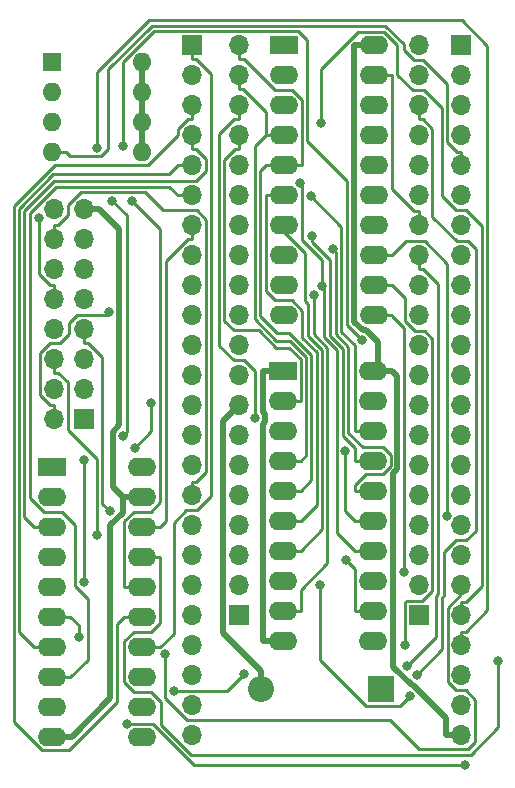
<source format=gbr>
%TF.GenerationSoftware,KiCad,Pcbnew,7.0.1*%
%TF.CreationDate,2023-05-30T14:24:39-07:00*%
%TF.ProjectId,tn_vdp_v1_fat,746e5f76-6470-45f7-9631-5f6661742e6b,rev?*%
%TF.SameCoordinates,Original*%
%TF.FileFunction,Copper,L1,Top*%
%TF.FilePolarity,Positive*%
%FSLAX46Y46*%
G04 Gerber Fmt 4.6, Leading zero omitted, Abs format (unit mm)*
G04 Created by KiCad (PCBNEW 7.0.1) date 2023-05-30 14:24:39*
%MOMM*%
%LPD*%
G01*
G04 APERTURE LIST*
%TA.AperFunction,ComponentPad*%
%ADD10R,2.400000X1.600000*%
%TD*%
%TA.AperFunction,ComponentPad*%
%ADD11O,2.400000X1.600000*%
%TD*%
%TA.AperFunction,ComponentPad*%
%ADD12R,1.700000X1.700000*%
%TD*%
%TA.AperFunction,ComponentPad*%
%ADD13O,1.700000X1.700000*%
%TD*%
%TA.AperFunction,ComponentPad*%
%ADD14R,1.600000X1.600000*%
%TD*%
%TA.AperFunction,ComponentPad*%
%ADD15O,1.600000X1.600000*%
%TD*%
%TA.AperFunction,ComponentPad*%
%ADD16R,2.200000X2.200000*%
%TD*%
%TA.AperFunction,ComponentPad*%
%ADD17O,2.200000X2.200000*%
%TD*%
%TA.AperFunction,ViaPad*%
%ADD18C,0.800000*%
%TD*%
%TA.AperFunction,Conductor*%
%ADD19C,0.500000*%
%TD*%
%TA.AperFunction,Conductor*%
%ADD20C,0.250000*%
%TD*%
G04 APERTURE END LIST*
D10*
%TO.P,U3,1,DIR*%
%TO.N,VDD*%
X138811000Y-85852000D03*
D11*
%TO.P,U3,2,A0*%
%TO.N,~{RESET}*%
X138811000Y-88392000D03*
%TO.P,U3,3,A1*%
%TO.N,~{INT_3V3}*%
X138811000Y-90932000D03*
%TO.P,U3,4,A2*%
%TO.N,~{CSW}*%
X138811000Y-93472000D03*
%TO.P,U3,5,A3*%
%TO.N,~{CSR}*%
X138811000Y-96012000D03*
%TO.P,U3,6,A4*%
%TO.N,MODE*%
X138811000Y-98552000D03*
%TO.P,U3,7,A5*%
%TO.N,CPUCLK_3V3*%
X138811000Y-101092000D03*
%TO.P,U3,8,A6*%
%TO.N,GROMCLK_3V3*%
X138811000Y-103632000D03*
%TO.P,U3,9,A7*%
%TO.N,unconnected-(U3-A7-Pad9)*%
X138811000Y-106172000D03*
%TO.P,U3,10,GND*%
%TO.N,GND*%
X138811000Y-108712000D03*
%TO.P,U3,11,B7*%
%TO.N,unconnected-(U3-B7-Pad11)*%
X146431000Y-108712000D03*
%TO.P,U3,12,B6*%
%TO.N,GROMCLK*%
X146431000Y-106172000D03*
%TO.P,U3,13,B5*%
%TO.N,CPUCLK*%
X146431000Y-103632000D03*
%TO.P,U3,14,B4*%
%TO.N,MODE_3V3*%
X146431000Y-101092000D03*
%TO.P,U3,15,B3*%
%TO.N,~{CSR_3V3}*%
X146431000Y-98552000D03*
%TO.P,U3,16,B2*%
%TO.N,~{CSW_3V3}*%
X146431000Y-96012000D03*
%TO.P,U3,17,B1*%
%TO.N,~{INT}*%
X146431000Y-93472000D03*
%TO.P,U3,18,B0*%
%TO.N,~{RESET_3V3}*%
X146431000Y-90932000D03*
%TO.P,U3,19,~{0E}*%
%TO.N,GND*%
X146431000Y-88392000D03*
%TO.P,U3,20,VCC*%
%TO.N,VCC_3V3*%
X146431000Y-85852000D03*
%TD*%
D12*
%TO.P,J3,1,Pin_1*%
%TO.N,MODE_3V3*%
X150622000Y-50165000D03*
D13*
%TO.P,J3,2,Pin_2*%
%TO.N,~{CSW_3V3}*%
X150622000Y-52705000D03*
%TO.P,J3,3,Pin_3*%
%TO.N,~{CSR_3V3}*%
X150622000Y-55245000D03*
%TO.P,J3,4,Pin_4*%
%TO.N,~{INT_3V3}*%
X150622000Y-57785000D03*
%TO.P,J3,5,Pin_5*%
%TO.N,CPUCLK_3V3*%
X150622000Y-60325000D03*
%TO.P,J3,6,Pin_6*%
%TO.N,GROMCLK_3V3*%
X150622000Y-62865000D03*
%TO.P,J3,7,Pin_7*%
%TO.N,~{RESET_3V3}*%
X150622000Y-65405000D03*
%TO.P,J3,8,Pin_8*%
%TO.N,CD0_3V3*%
X150622000Y-67945000D03*
%TO.P,J3,9,Pin_9*%
%TO.N,CD1_3V3*%
X150622000Y-70485000D03*
%TO.P,J3,10,Pin_10*%
%TO.N,CD2_3V3*%
X150622000Y-73025000D03*
%TO.P,J3,11,Pin_11*%
%TO.N,CD3_3V3*%
X150622000Y-75565000D03*
%TO.P,J3,12,Pin_12*%
%TO.N,CD4_3V3*%
X150622000Y-78105000D03*
%TO.P,J3,13,Pin_13*%
%TO.N,CD5_3V3*%
X150622000Y-80645000D03*
%TO.P,J3,14,Pin_14*%
%TO.N,CD6_3V3*%
X150622000Y-83185000D03*
%TO.P,J3,15,Pin_15*%
%TO.N,CD7_3V3*%
X150622000Y-85725000D03*
%TO.P,J3,16,Pin_16*%
%TO.N,VS_3V3*%
X150622000Y-88265000D03*
%TO.P,J3,17,Pin_17*%
%TO.N,R3_3V3*%
X150622000Y-90805000D03*
%TO.P,J3,18,Pin_18*%
%TO.N,R2_3V3*%
X150622000Y-93345000D03*
%TO.P,J3,19,Pin_19*%
%TO.N,G3_3V3*%
X150622000Y-95885000D03*
%TO.P,J3,20,Pin_20*%
%TO.N,G2_3V3*%
X150622000Y-98425000D03*
%TO.P,J3,21,Pin_21*%
%TO.N,G1_3V3*%
X150622000Y-100965000D03*
%TO.P,J3,22,Pin_22*%
%TO.N,G0_3V3*%
X150622000Y-103505000D03*
%TO.P,J3,23,Pin_23*%
%TO.N,unconnected-(J3-Pin_23-Pad23)*%
X150622000Y-106045000D03*
%TO.P,J3,24,Pin_24*%
%TO.N,unconnected-(J3-Pin_24-Pad24)*%
X150622000Y-108585000D03*
%TD*%
D14*
%TO.P,J5,1,Pin_1*%
%TO.N,USR1_1V8*%
X138811000Y-51562000D03*
D15*
%TO.P,J5,2,Pin_2*%
%TO.N,USR2_1V8*%
X138811000Y-54102000D03*
%TO.P,J5,3,Pin_3*%
%TO.N,USR3_1V8*%
X138811000Y-56642000D03*
%TO.P,J5,4,Pin_4*%
%TO.N,USR4_1V8*%
X138811000Y-59182000D03*
%TO.P,J5,5,Pin_5*%
%TO.N,GND*%
X146431000Y-59182000D03*
%TO.P,J5,6,Pin_6*%
X146431000Y-56642000D03*
%TO.P,J5,7,Pin_7*%
X146431000Y-54102000D03*
%TO.P,J5,8,Pin_8*%
X146431000Y-51562000D03*
%TD*%
D12*
%TO.P,J6,1,Pin_1*%
%TO.N,R0_3V3*%
X141478000Y-81788000D03*
D13*
%TO.P,J6,2,Pin_2*%
%TO.N,R1_3V3*%
X138938000Y-81788000D03*
%TO.P,J6,3,Pin_3*%
%TO.N,R2_3V3*%
X141478000Y-79248000D03*
%TO.P,J6,4,Pin_4*%
%TO.N,R3_3V3*%
X138938000Y-79248000D03*
%TO.P,J6,5,Pin_5*%
%TO.N,G0_3V3*%
X141478000Y-76708000D03*
%TO.P,J6,6,Pin_6*%
%TO.N,G1_3V3*%
X138938000Y-76708000D03*
%TO.P,J6,7,Pin_7*%
%TO.N,G2_3V3*%
X141478000Y-74168000D03*
%TO.P,J6,8,Pin_8*%
%TO.N,G3_3V3*%
X138938000Y-74168000D03*
%TO.P,J6,9,Pin_9*%
%TO.N,B0_3V3*%
X141478000Y-71628000D03*
%TO.P,J6,10,Pin_10*%
%TO.N,B1_3V3*%
X138938000Y-71628000D03*
%TO.P,J6,11,Pin_11*%
%TO.N,B2_3V3*%
X141478000Y-69088000D03*
%TO.P,J6,12,Pin_12*%
%TO.N,B3_3V3*%
X138938000Y-69088000D03*
%TO.P,J6,13,Pin_13*%
%TO.N,HS_3V3*%
X141478000Y-66548000D03*
%TO.P,J6,14,Pin_14*%
%TO.N,VS_3V3*%
X138938000Y-66548000D03*
%TO.P,J6,15,Pin_15*%
%TO.N,GND*%
X141478000Y-64008000D03*
%TO.P,J6,16,Pin_16*%
X138938000Y-64008000D03*
%TD*%
D12*
%TO.P,J4,1,Pin_1*%
%TO.N,HS_3V3*%
X173438900Y-50165000D03*
D13*
%TO.P,J4,2,Pin_2*%
%TO.N,USR1_1V8*%
X173438900Y-52705000D03*
%TO.P,J4,3,Pin_3*%
%TO.N,USR2_1V8*%
X173438900Y-55245000D03*
%TO.P,J4,4,Pin_4*%
%TO.N,USR3_1V8*%
X173438900Y-57785000D03*
%TO.P,J4,5,Pin_5*%
%TO.N,USR4_1V8*%
X173438900Y-60325000D03*
%TO.P,J4,6,Pin_6*%
%TO.N,unconnected-(J4-Pin_6-Pad6)*%
X173438900Y-62865000D03*
%TO.P,J4,7,Pin_7*%
%TO.N,unconnected-(J4-Pin_7-Pad7)*%
X173438900Y-65405000D03*
%TO.P,J4,8,Pin_8*%
%TO.N,unconnected-(J4-Pin_8-Pad8)*%
X173438900Y-67945000D03*
%TO.P,J4,9,Pin_9*%
%TO.N,unconnected-(J4-Pin_9-Pad9)*%
X173438900Y-70485000D03*
%TO.P,J4,10,Pin_10*%
%TO.N,R1_3V3*%
X173438900Y-73025000D03*
%TO.P,J4,11,Pin_11*%
%TO.N,R0_3V3*%
X173438900Y-75565000D03*
%TO.P,J4,12,Pin_12*%
%TO.N,unconnected-(J4-Pin_12-Pad12)*%
X173438900Y-78105000D03*
%TO.P,J4,13,Pin_13*%
%TO.N,unconnected-(J4-Pin_13-Pad13)*%
X173438900Y-80645000D03*
%TO.P,J4,14,Pin_14*%
%TO.N,unconnected-(J4-Pin_14-Pad14)*%
X173438900Y-83185000D03*
%TO.P,J4,15,Pin_15*%
%TO.N,unconnected-(J4-Pin_15-Pad15)*%
X173438900Y-85725000D03*
%TO.P,J4,16,Pin_16*%
%TO.N,unconnected-(J4-Pin_16-Pad16)*%
X173438900Y-88265000D03*
%TO.P,J4,17,Pin_17*%
%TO.N,unconnected-(J4-Pin_17-Pad17)*%
X173438900Y-90805000D03*
%TO.P,J4,18,Pin_18*%
%TO.N,VDD*%
X173438900Y-93345000D03*
%TO.P,J4,19,Pin_19*%
%TO.N,B3_3V3*%
X173438900Y-95885000D03*
%TO.P,J4,20,Pin_20*%
%TO.N,B2_3V3*%
X173438900Y-98425000D03*
%TO.P,J4,21,Pin_21*%
%TO.N,B1_3V3*%
X173438900Y-100965000D03*
%TO.P,J4,22,Pin_22*%
%TO.N,B0_3V3*%
X173438900Y-103505000D03*
%TO.P,J4,23,Pin_23*%
%TO.N,GND*%
X173438900Y-106045000D03*
%TO.P,J4,24,Pin_24*%
%TO.N,VCC_3V3*%
X173438900Y-108585000D03*
%TD*%
D10*
%TO.P,U2,1,DIR*%
%TO.N,VDD*%
X158386700Y-50170000D03*
D11*
%TO.P,U2,2,A0*%
%TO.N,CD0*%
X158386700Y-52710000D03*
%TO.P,U2,3,A1*%
%TO.N,CD1*%
X158386700Y-55250000D03*
%TO.P,U2,4,A2*%
%TO.N,CD2*%
X158386700Y-57790000D03*
%TO.P,U2,5,A3*%
%TO.N,CD3*%
X158386700Y-60330000D03*
%TO.P,U2,6,A4*%
%TO.N,CD4*%
X158386700Y-62870000D03*
%TO.P,U2,7,A5*%
%TO.N,CD5*%
X158386700Y-65410000D03*
%TO.P,U2,8,A6*%
%TO.N,CD6*%
X158386700Y-67950000D03*
%TO.P,U2,9,A7*%
%TO.N,CD7*%
X158386700Y-70490000D03*
%TO.P,U2,10,GND*%
%TO.N,GND*%
X158386700Y-73030000D03*
%TO.P,U2,11,B7*%
%TO.N,CD7_3V3*%
X166006700Y-73030000D03*
%TO.P,U2,12,B6*%
%TO.N,CD6_3V3*%
X166006700Y-70490000D03*
%TO.P,U2,13,B5*%
%TO.N,CD5_3V3*%
X166006700Y-67950000D03*
%TO.P,U2,14,B4*%
%TO.N,CD4_3V3*%
X166006700Y-65410000D03*
%TO.P,U2,15,B3*%
%TO.N,CD3_3V3*%
X166006700Y-62870000D03*
%TO.P,U2,16,B2*%
%TO.N,CD2_3V3*%
X166006700Y-60330000D03*
%TO.P,U2,17,B1*%
%TO.N,CD1_3V3*%
X166006700Y-57790000D03*
%TO.P,U2,18,B0*%
%TO.N,CD0_3V3*%
X166006700Y-55250000D03*
%TO.P,U2,19,~{0E}*%
%TO.N,~{CSW}*%
X166006700Y-52710000D03*
%TO.P,U2,20,VCC*%
%TO.N,VCC_3V3*%
X166006700Y-50170000D03*
%TD*%
D16*
%TO.P,D1,1,K*%
%TO.N,VDD*%
X166624000Y-104648000D03*
D17*
%TO.P,D1,2,A*%
%TO.N,VCC*%
X156464000Y-104648000D03*
%TD*%
D10*
%TO.P,U1,1,DIR*%
%TO.N,GND*%
X158300500Y-77698600D03*
D11*
%TO.P,U1,2,A0*%
%TO.N,CD0*%
X158300500Y-80238600D03*
%TO.P,U1,3,A1*%
%TO.N,CD1*%
X158300500Y-82778600D03*
%TO.P,U1,4,A2*%
%TO.N,CD2*%
X158300500Y-85318600D03*
%TO.P,U1,5,A3*%
%TO.N,CD3*%
X158300500Y-87858600D03*
%TO.P,U1,6,A4*%
%TO.N,CD4*%
X158300500Y-90398600D03*
%TO.P,U1,7,A5*%
%TO.N,CD5*%
X158300500Y-92938600D03*
%TO.P,U1,8,A6*%
%TO.N,CD6*%
X158300500Y-95478600D03*
%TO.P,U1,9,A7*%
%TO.N,CD7*%
X158300500Y-98018600D03*
%TO.P,U1,10,GND*%
%TO.N,GND*%
X158300500Y-100558600D03*
%TO.P,U1,11,B7*%
%TO.N,CD7_3V3*%
X165920500Y-100558600D03*
%TO.P,U1,12,B6*%
%TO.N,CD6_3V3*%
X165920500Y-98018600D03*
%TO.P,U1,13,B5*%
%TO.N,CD5_3V3*%
X165920500Y-95478600D03*
%TO.P,U1,14,B4*%
%TO.N,CD4_3V3*%
X165920500Y-92938600D03*
%TO.P,U1,15,B3*%
%TO.N,CD3_3V3*%
X165920500Y-90398600D03*
%TO.P,U1,16,B2*%
%TO.N,CD2_3V3*%
X165920500Y-87858600D03*
%TO.P,U1,17,B1*%
%TO.N,CD1_3V3*%
X165920500Y-85318600D03*
%TO.P,U1,18,B0*%
%TO.N,CD0_3V3*%
X165920500Y-82778600D03*
%TO.P,U1,19,~{0E}*%
%TO.N,~{CSR}*%
X165920500Y-80238600D03*
%TO.P,U1,20,VCC*%
%TO.N,VCC_3V3*%
X165920500Y-77698600D03*
%TD*%
D12*
%TO.P,J2,1,Pin_1*%
%TO.N,unconnected-(J2-Pin_1-Pad1)*%
X154566700Y-98420000D03*
D13*
%TO.P,J2,2,Pin_2*%
%TO.N,unconnected-(J2-Pin_2-Pad2)*%
X154566700Y-95880000D03*
%TO.P,J2,3,Pin_3*%
%TO.N,CPUCLK*%
X154566700Y-93340000D03*
%TO.P,J2,4,Pin_4*%
%TO.N,GROMCLK*%
X154566700Y-90800000D03*
%TO.P,J2,5,Pin_5*%
%TO.N,COMVID*%
X154566700Y-88260000D03*
%TO.P,J2,6,Pin_6*%
%TO.N,EXTVDP*%
X154566700Y-85720000D03*
%TO.P,J2,7,Pin_7*%
%TO.N,~{RESET}*%
X154566700Y-83180000D03*
%TO.P,J2,8,Pin_8*%
%TO.N,VCC*%
X154566700Y-80640000D03*
%TO.P,J2,9,Pin_9*%
%TO.N,unconnected-(J2-Pin_9-Pad9)*%
X154566700Y-78100000D03*
%TO.P,J2,10,Pin_10*%
%TO.N,unconnected-(J2-Pin_10-Pad10)*%
X154566700Y-75560000D03*
%TO.P,J2,11,Pin_11*%
%TO.N,unconnected-(J2-Pin_11-Pad11)*%
X154566700Y-73020000D03*
%TO.P,J2,12,Pin_12*%
%TO.N,unconnected-(J2-Pin_12-Pad12)*%
X154566700Y-70480000D03*
%TO.P,J2,13,Pin_13*%
%TO.N,unconnected-(J2-Pin_13-Pad13)*%
X154566700Y-67940000D03*
%TO.P,J2,14,Pin_14*%
%TO.N,unconnected-(J2-Pin_14-Pad14)*%
X154566700Y-65400000D03*
%TO.P,J2,15,Pin_15*%
%TO.N,unconnected-(J2-Pin_15-Pad15)*%
X154566700Y-62860000D03*
%TO.P,J2,16,Pin_16*%
%TO.N,unconnected-(J2-Pin_16-Pad16)*%
X154566700Y-60320000D03*
%TO.P,J2,17,Pin_17*%
%TO.N,CD0*%
X154566700Y-57780000D03*
%TO.P,J2,18,Pin_18*%
%TO.N,CD1*%
X154566700Y-55240000D03*
%TO.P,J2,19,Pin_19*%
%TO.N,CD2*%
X154566700Y-52700000D03*
%TO.P,J2,20,Pin_20*%
%TO.N,CD3*%
X154566700Y-50160000D03*
%TD*%
D12*
%TO.P,J1,1,Pin_1*%
%TO.N,unconnected-(J1-Pin_1-Pad1)*%
X169806700Y-98420000D03*
D13*
%TO.P,J1,2,Pin_2*%
%TO.N,unconnected-(J1-Pin_2-Pad2)*%
X169806700Y-95880000D03*
%TO.P,J1,3,Pin_3*%
%TO.N,unconnected-(J1-Pin_3-Pad3)*%
X169806700Y-93340000D03*
%TO.P,J1,4,Pin_4*%
%TO.N,unconnected-(J1-Pin_4-Pad4)*%
X169806700Y-90800000D03*
%TO.P,J1,5,Pin_5*%
%TO.N,unconnected-(J1-Pin_5-Pad5)*%
X169806700Y-88260000D03*
%TO.P,J1,6,Pin_6*%
%TO.N,unconnected-(J1-Pin_6-Pad6)*%
X169806700Y-85720000D03*
%TO.P,J1,7,Pin_7*%
%TO.N,unconnected-(J1-Pin_7-Pad7)*%
X169806700Y-83180000D03*
%TO.P,J1,8,Pin_8*%
%TO.N,unconnected-(J1-Pin_8-Pad8)*%
X169806700Y-80640000D03*
%TO.P,J1,9,Pin_9*%
%TO.N,unconnected-(J1-Pin_9-Pad9)*%
X169806700Y-78100000D03*
%TO.P,J1,10,Pin_10*%
%TO.N,unconnected-(J1-Pin_10-Pad10)*%
X169806700Y-75560000D03*
%TO.P,J1,11,Pin_11*%
%TO.N,unconnected-(J1-Pin_11-Pad11)*%
X169806700Y-73020000D03*
%TO.P,J1,12,Pin_12*%
%TO.N,GND*%
X169806700Y-70480000D03*
%TO.P,J1,13,Pin_13*%
%TO.N,MODE*%
X169806700Y-67940000D03*
%TO.P,J1,14,Pin_14*%
%TO.N,~{CSW}*%
X169806700Y-65400000D03*
%TO.P,J1,15,Pin_15*%
%TO.N,~{CSR}*%
X169806700Y-62860000D03*
%TO.P,J1,16,Pin_16*%
%TO.N,~{INT}*%
X169806700Y-60320000D03*
%TO.P,J1,17,Pin_17*%
%TO.N,CD7*%
X169806700Y-57780000D03*
%TO.P,J1,18,Pin_18*%
%TO.N,CD6*%
X169806700Y-55240000D03*
%TO.P,J1,19,Pin_19*%
%TO.N,CD5*%
X169806700Y-52700000D03*
%TO.P,J1,20,Pin_20*%
%TO.N,CD4*%
X169806700Y-50160000D03*
%TD*%
D18*
%TO.N,B1_3V3*%
X137651400Y-64812200D03*
X142617000Y-58812800D03*
%TO.N,B2_3V3*%
X161511300Y-56694500D03*
%TO.N,B3_3V3*%
X148364000Y-101715200D03*
X141519900Y-85234700D03*
X141519900Y-95635100D03*
%TO.N,~{CSW_3V3}*%
X145561100Y-63302200D03*
%TO.N,CD0_3V3*%
X160707700Y-62951800D03*
%TO.N,CD1_3V3*%
X160798100Y-66342900D03*
%TO.N,CD2_3V3*%
X162533900Y-67442100D03*
%TO.N,CD3_3V3*%
X163613100Y-84470400D03*
%TO.N,CD4_3V3*%
X161612100Y-70548700D03*
X159779600Y-61828800D03*
%TO.N,CD5_3V3*%
X172189900Y-89980900D03*
%TO.N,CD6_3V3*%
X163628800Y-93715700D03*
X168631500Y-100950800D03*
%TO.N,CD7_3V3*%
X168595800Y-94776300D03*
%TO.N,R0_3V3*%
X143860800Y-63302200D03*
X165001400Y-75139600D03*
X144792600Y-83207200D03*
X144812400Y-58642400D03*
%TO.N,R1_3V3*%
X143635100Y-72727200D03*
%TO.N,G1_3V3*%
X142596800Y-91645600D03*
%TO.N,G2_3V3*%
X143673600Y-89626500D03*
%TO.N,MODE*%
X168833700Y-102722600D03*
X141062800Y-100266000D03*
X149089100Y-104800900D03*
X155025700Y-103398600D03*
%TO.N,~{CSR}*%
X145160400Y-107586800D03*
X173702300Y-111050300D03*
%TO.N,~{INT}*%
X176527900Y-102305500D03*
%TO.N,CD7*%
X160929200Y-71312900D03*
%TO.N,CD6*%
X161443000Y-95889900D03*
X169655900Y-103467400D03*
X169064400Y-105282000D03*
%TO.N,CD1*%
X155921600Y-81716400D03*
%TO.N,~{RESET}*%
X145770600Y-84215800D03*
X147181800Y-80423000D03*
%TD*%
D19*
%TO.N,VCC_3V3*%
X169346800Y-104345500D02*
X172138800Y-107137500D01*
X173438900Y-108585000D02*
X172138800Y-108585000D01*
X165920500Y-77698600D02*
X166354100Y-77698600D01*
X167570600Y-77698600D02*
X168020700Y-78148700D01*
X169254400Y-104345500D02*
X169346800Y-104345500D01*
X172138800Y-107137500D02*
X172138800Y-108585000D01*
X167683100Y-102774200D02*
X169254400Y-104345500D01*
X166354100Y-77698600D02*
X167570600Y-77698600D01*
X166354100Y-77698600D02*
X166354100Y-75290000D01*
X166006700Y-50170000D02*
X164356600Y-50170000D01*
X168020700Y-86022900D02*
X167683100Y-86360500D01*
X168020700Y-78148700D02*
X168020700Y-86022900D01*
X165064300Y-74289500D02*
X164356600Y-73581800D01*
X165353600Y-74289500D02*
X165064300Y-74289500D01*
X166354100Y-75290000D02*
X165353600Y-74289500D01*
X164356600Y-73581800D02*
X164356600Y-50170000D01*
X167683100Y-86360500D02*
X167683100Y-102774200D01*
%TO.N,GND*%
X144780900Y-89725500D02*
X144780900Y-88392000D01*
X156771800Y-81364200D02*
X156650400Y-81242800D01*
X158300500Y-77698600D02*
X156650400Y-77698600D01*
X143722500Y-105450600D02*
X143722500Y-90783900D01*
X144486100Y-82311500D02*
X143930500Y-82867100D01*
X146431000Y-56642000D02*
X146431000Y-59182000D01*
X156650400Y-81242800D02*
X156650400Y-77698600D01*
X138811000Y-108712000D02*
X140461100Y-108712000D01*
X158300500Y-100558600D02*
X156650400Y-100558600D01*
X156650400Y-100558600D02*
X156650400Y-82190000D01*
X143930500Y-87541600D02*
X144780900Y-88392000D01*
X141478000Y-64008000D02*
X142778100Y-64008000D01*
X146431000Y-88392000D02*
X144780900Y-88392000D01*
X156771800Y-82068600D02*
X156771800Y-81364200D01*
X143930500Y-82867100D02*
X143930500Y-87541600D01*
X146431000Y-51562000D02*
X146431000Y-54102000D01*
X142778100Y-64008000D02*
X144486100Y-65716000D01*
X140461100Y-108712000D02*
X143722500Y-105450600D01*
X156650400Y-82190000D02*
X156771800Y-82068600D01*
X143722500Y-90783900D02*
X144780900Y-89725500D01*
X144486100Y-65716000D02*
X144486100Y-82311500D01*
X146431000Y-54102000D02*
X146431000Y-56642000D01*
D20*
%TO.N,VS_3V3*%
X141234800Y-62577000D02*
X146609400Y-62577000D01*
X146609400Y-62577000D02*
X148167400Y-64135000D01*
X140113100Y-63698700D02*
X141234800Y-62577000D01*
X138938000Y-65372900D02*
X139305300Y-65372900D01*
X151802500Y-64913100D02*
X151802500Y-86274600D01*
X150987200Y-87089900D02*
X150622000Y-87089900D01*
X138938000Y-66548000D02*
X138938000Y-65372900D01*
X151802500Y-86274600D02*
X150987200Y-87089900D01*
X139305300Y-65372900D02*
X140113100Y-64565100D01*
X148167400Y-64135000D02*
X151024400Y-64135000D01*
X140113100Y-64565100D02*
X140113100Y-63698700D01*
X150622000Y-88265000D02*
X150622000Y-87089900D01*
X151024400Y-64135000D02*
X151802500Y-64913100D01*
%TO.N,USR4_1V8*%
X172233500Y-58309800D02*
X173073600Y-59149900D01*
X138811000Y-59182000D02*
X139936100Y-59182000D01*
X168567300Y-50077900D02*
X168567300Y-50585000D01*
X170208300Y-51430000D02*
X172233500Y-53455200D01*
X143541400Y-52191100D02*
X147241300Y-48491200D01*
X173438900Y-60325000D02*
X173438900Y-59149900D01*
X172233500Y-53455200D02*
X172233500Y-58309800D01*
X140295900Y-59541800D02*
X142913500Y-59541800D01*
X139936100Y-59182000D02*
X140295900Y-59541800D01*
X143541400Y-58913900D02*
X143541400Y-52191100D01*
X166980600Y-48491200D02*
X168567300Y-50077900D01*
X173073600Y-59149900D02*
X173438900Y-59149900D01*
X168567300Y-50585000D02*
X169412300Y-51430000D01*
X169412300Y-51430000D02*
X170208300Y-51430000D01*
X142913500Y-59541800D02*
X143541400Y-58913900D01*
X147241300Y-48491200D02*
X166980600Y-48491200D01*
D19*
%TO.N,VCC*%
X153266500Y-81940200D02*
X154566700Y-80640000D01*
X156464000Y-104648000D02*
X156464000Y-103097900D01*
X156464000Y-103097900D02*
X153266500Y-99900400D01*
X153266500Y-99900400D02*
X153266500Y-81940200D01*
D20*
%TO.N,B1_3V3*%
X138938000Y-70452900D02*
X138570800Y-70452900D01*
X173438900Y-100965000D02*
X173438900Y-99789900D01*
X138570800Y-70452900D02*
X137651400Y-69533500D01*
X142617000Y-52396700D02*
X146982200Y-48031500D01*
X146982200Y-48031500D02*
X173470800Y-48031500D01*
X175630900Y-50191600D02*
X175630900Y-97963100D01*
X137651400Y-69533500D02*
X137651400Y-64812200D01*
X173804100Y-99789900D02*
X173438900Y-99789900D01*
X142617000Y-58812800D02*
X142617000Y-52396700D01*
X173470800Y-48031500D02*
X175630900Y-50191600D01*
X138938000Y-71628000D02*
X138938000Y-70452900D01*
X175630900Y-97963100D02*
X173804100Y-99789900D01*
%TO.N,B2_3V3*%
X168022300Y-50169600D02*
X168022300Y-52638600D01*
X173804100Y-97249900D02*
X173438900Y-97249900D01*
X171783200Y-62904500D02*
X173013700Y-64135000D01*
X173438900Y-98425000D02*
X173438900Y-97249900D01*
X173013700Y-64135000D02*
X173838300Y-64135000D01*
X171783200Y-55490200D02*
X171783200Y-62904500D01*
X175139100Y-65435800D02*
X175139100Y-95914900D01*
X173838300Y-64135000D02*
X175139100Y-65435800D01*
X170263000Y-53970000D02*
X171783200Y-55490200D01*
X166867500Y-49014800D02*
X168022300Y-50169600D01*
X161511300Y-52143300D02*
X164639800Y-49014800D01*
X161511300Y-56694500D02*
X161511300Y-52143300D01*
X168022300Y-52638600D02*
X169353700Y-53970000D01*
X164639800Y-49014800D02*
X166867500Y-49014800D01*
X169353700Y-53970000D02*
X170263000Y-53970000D01*
X175139100Y-95914900D02*
X173804100Y-97249900D01*
%TO.N,B3_3V3*%
X174614100Y-105551300D02*
X173837800Y-104775000D01*
X148364000Y-105458200D02*
X150220800Y-107315000D01*
X173837800Y-104775000D02*
X172952300Y-104775000D01*
X173976300Y-109762200D02*
X174614100Y-109124400D01*
X174614100Y-109124400D02*
X174614100Y-105551300D01*
X148364000Y-101715200D02*
X148364000Y-105458200D01*
X141519900Y-85234700D02*
X141519900Y-95635100D01*
X169840400Y-109762200D02*
X173976300Y-109762200D01*
X173438900Y-96613200D02*
X173438900Y-95885000D01*
X167393200Y-107315000D02*
X169840400Y-109762200D01*
X172263700Y-97788400D02*
X173438900Y-96613200D01*
X172952300Y-104775000D02*
X172263700Y-104086400D01*
X172263700Y-104086400D02*
X172263700Y-97788400D01*
X150220800Y-107315000D02*
X167393200Y-107315000D01*
%TO.N,MODE_3V3*%
X151019100Y-89535000D02*
X150118500Y-89535000D01*
X149085900Y-99962200D02*
X147956100Y-101092000D01*
X146431000Y-101092000D02*
X147956100Y-101092000D01*
X149085900Y-90567600D02*
X149085900Y-99962200D01*
X150622000Y-50165000D02*
X150622000Y-51340100D01*
X150118500Y-89535000D02*
X149085900Y-90567600D01*
X152252700Y-88301400D02*
X151019100Y-89535000D01*
X150622000Y-51340100D02*
X150989200Y-51340100D01*
X152252700Y-52603600D02*
X152252700Y-88301400D01*
X150989200Y-51340100D02*
X152252700Y-52603600D01*
%TO.N,~{CSW_3V3}*%
X145681400Y-89662000D02*
X144905900Y-90437500D01*
X145561100Y-63302200D02*
X147957000Y-65698100D01*
X147957000Y-88864800D02*
X147159800Y-89662000D01*
X144905900Y-90437500D02*
X144905900Y-96012000D01*
X146431000Y-96012000D02*
X144905900Y-96012000D01*
X147957000Y-65698100D02*
X147957000Y-88864800D01*
X147159800Y-89662000D02*
X145681400Y-89662000D01*
%TO.N,~{CSR_3V3}*%
X150622000Y-56420100D02*
X150254700Y-56420100D01*
X139016000Y-60307200D02*
X135534500Y-63788700D01*
X140196400Y-109847700D02*
X144297700Y-105746400D01*
X135534500Y-63788700D02*
X135534500Y-107463300D01*
X150254700Y-56420100D02*
X149446900Y-57227900D01*
X135534500Y-107463300D02*
X137918900Y-109847700D01*
X146902900Y-60307200D02*
X139016000Y-60307200D01*
X149446900Y-57763200D02*
X146902900Y-60307200D01*
X144297700Y-99160200D02*
X144905900Y-98552000D01*
X149446900Y-57227900D02*
X149446900Y-57763200D01*
X144297700Y-105746400D02*
X144297700Y-99160200D01*
X146431000Y-98552000D02*
X144905900Y-98552000D01*
X150622000Y-55245000D02*
X150622000Y-56420100D01*
X137918900Y-109847700D02*
X140196400Y-109847700D01*
%TO.N,~{INT_3V3}*%
X150622000Y-58960100D02*
X150989200Y-58960100D01*
X136434700Y-90080800D02*
X137285900Y-90932000D01*
X150935600Y-61676800D02*
X138919600Y-61676800D01*
X138919600Y-61676800D02*
X136434700Y-64161700D01*
X136434700Y-64161700D02*
X136434700Y-90080800D01*
X151802500Y-59773400D02*
X151802500Y-60809900D01*
X151802500Y-60809900D02*
X150935600Y-61676800D01*
X150989200Y-58960100D02*
X151802500Y-59773400D01*
X138811000Y-90932000D02*
X137285900Y-90932000D01*
X150622000Y-57785000D02*
X150622000Y-58960100D01*
%TO.N,CPUCLK_3V3*%
X148704300Y-61067600D02*
X138892200Y-61067600D01*
X135984600Y-63975200D02*
X135984600Y-99790700D01*
X138892200Y-61067600D02*
X135984600Y-63975200D01*
X150622000Y-60325000D02*
X149446900Y-60325000D01*
X149446900Y-60325000D02*
X148704300Y-61067600D01*
X135984600Y-99790700D02*
X137285900Y-101092000D01*
X138811000Y-101092000D02*
X137285900Y-101092000D01*
%TO.N,GROMCLK_3V3*%
X136884800Y-88480500D02*
X136884800Y-64348200D01*
X138811000Y-103632000D02*
X140336100Y-103632000D01*
X140717400Y-95927100D02*
X140717400Y-90793600D01*
X136884800Y-64348200D02*
X139106100Y-62126900D01*
X140717400Y-90793600D02*
X139585800Y-89662000D01*
X150622000Y-62865000D02*
X149446900Y-62865000D01*
X148708800Y-62126900D02*
X149446900Y-62865000D01*
X138066300Y-89662000D02*
X136884800Y-88480500D01*
X140336100Y-103632000D02*
X141789700Y-102178400D01*
X139106100Y-62126900D02*
X148708800Y-62126900D01*
X141789700Y-96999400D02*
X140717400Y-95927100D01*
X141789700Y-102178400D02*
X141789700Y-96999400D01*
X139585800Y-89662000D02*
X138066300Y-89662000D01*
%TO.N,~{RESET_3V3}*%
X150622000Y-66580100D02*
X150254800Y-66580100D01*
X146431000Y-90932000D02*
X147956100Y-90932000D01*
X150254800Y-66580100D02*
X148435500Y-68399400D01*
X148435500Y-90452600D02*
X147956100Y-90932000D01*
X148435500Y-68399400D02*
X148435500Y-90452600D01*
X150622000Y-65405000D02*
X150622000Y-66580100D01*
%TO.N,CD0_3V3*%
X165920500Y-82778600D02*
X164395400Y-82778600D01*
X163261300Y-74425100D02*
X163261300Y-65505400D01*
X164395400Y-75559200D02*
X163261300Y-74425100D01*
X164395400Y-82778600D02*
X164395400Y-75559200D01*
X163261300Y-65505400D02*
X160707700Y-62951800D01*
%TO.N,CD1_3V3*%
X160798100Y-66789100D02*
X160798100Y-66342900D01*
X162340400Y-68331400D02*
X160798100Y-66789100D01*
X164395400Y-84227300D02*
X163426400Y-83258300D01*
X163426400Y-75863400D02*
X162340400Y-74777400D01*
X165920500Y-85318600D02*
X164395400Y-85318600D01*
X164395400Y-85318600D02*
X164395400Y-84227300D01*
X162340400Y-74777400D02*
X162340400Y-68331400D01*
X163426400Y-83258300D02*
X163426400Y-75863400D01*
%TO.N,CD2_3V3*%
X165095500Y-84193500D02*
X163876500Y-82974500D01*
X163876500Y-75676900D02*
X162811200Y-74611600D01*
X167445600Y-85784600D02*
X167445600Y-84852600D01*
X162811200Y-67719400D02*
X162533900Y-67442100D01*
X163876500Y-82974500D02*
X163876500Y-75676900D01*
X167445600Y-84852600D02*
X166786500Y-84193500D01*
X164395400Y-87858600D02*
X164395400Y-87386100D01*
X166786500Y-84193500D02*
X165095500Y-84193500D01*
X162811200Y-74611600D02*
X162811200Y-67719400D01*
X166786500Y-86443700D02*
X167445600Y-85784600D01*
X164395400Y-87386100D02*
X165337800Y-86443700D01*
X165337800Y-86443700D02*
X166786500Y-86443700D01*
X165920500Y-87858600D02*
X164395400Y-87858600D01*
%TO.N,CD3_3V3*%
X165920500Y-90398600D02*
X164395400Y-90398600D01*
X163613100Y-89616300D02*
X164395400Y-90398600D01*
X163613100Y-84470400D02*
X163613100Y-89616300D01*
%TO.N,CD4_3V3*%
X161612100Y-70548700D02*
X161795700Y-70732300D01*
X165920500Y-92938600D02*
X164395400Y-92938600D01*
X159924500Y-61973700D02*
X159779600Y-61828800D01*
X162888000Y-91431200D02*
X164395400Y-92938600D01*
X161795700Y-70732300D02*
X161795700Y-74869300D01*
X161612100Y-70548700D02*
X161612100Y-68297100D01*
X161612100Y-68297100D02*
X159924500Y-66609500D01*
X162888000Y-75961600D02*
X162888000Y-91431200D01*
X159924500Y-66609500D02*
X159924500Y-61973700D01*
X161795700Y-74869300D02*
X162888000Y-75961600D01*
%TO.N,CD5_3V3*%
X170317400Y-66764900D02*
X172189900Y-68637400D01*
X168716900Y-66764900D02*
X170317400Y-66764900D01*
X167531800Y-67950000D02*
X168716900Y-66764900D01*
X166006700Y-67950000D02*
X167531800Y-67950000D01*
X172189900Y-68637400D02*
X172189900Y-89980900D01*
%TO.N,CD6_3V3*%
X168775700Y-97244800D02*
X168631500Y-97389000D01*
X166006700Y-70490000D02*
X167531800Y-70490000D01*
X170355700Y-74384800D02*
X170981800Y-75010900D01*
X170130800Y-97244800D02*
X168775700Y-97244800D01*
X168631500Y-71589700D02*
X168631500Y-73516300D01*
X168631500Y-73516300D02*
X169500000Y-74384800D01*
X168631500Y-97389000D02*
X168631500Y-100950800D01*
X167531800Y-70490000D02*
X168631500Y-71589700D01*
X170981800Y-96393800D02*
X170130800Y-97244800D01*
X164395400Y-94482300D02*
X163628800Y-93715700D01*
X169500000Y-74384800D02*
X170355700Y-74384800D01*
X164395400Y-98018600D02*
X164395400Y-94482300D01*
X170981800Y-75010900D02*
X170981800Y-96393800D01*
X165920500Y-98018600D02*
X164395400Y-98018600D01*
%TO.N,CD7_3V3*%
X167531800Y-73053200D02*
X167531800Y-73030000D01*
X168595800Y-94776300D02*
X168595800Y-74117200D01*
X166006700Y-73030000D02*
X167531800Y-73030000D01*
X168595800Y-74117200D02*
X167531800Y-73053200D01*
%TO.N,R0_3V3*%
X163711500Y-61610900D02*
X163711500Y-73849700D01*
X159632500Y-48952800D02*
X160362000Y-49682300D01*
X145115200Y-64556600D02*
X145115200Y-82884600D01*
X144812400Y-51560000D02*
X147419600Y-48952800D01*
X147419600Y-48952800D02*
X159632500Y-48952800D01*
X143860800Y-63302200D02*
X145115200Y-64556600D01*
X144812400Y-58642400D02*
X144812400Y-51560000D01*
X160362000Y-58261400D02*
X163711500Y-61610900D01*
X160362000Y-49682300D02*
X160362000Y-58261400D01*
X145115200Y-82884600D02*
X144792600Y-83207200D01*
X163711500Y-73849700D02*
X165001400Y-75139600D01*
%TO.N,R1_3V3*%
X138938000Y-81788000D02*
X138938000Y-80612900D01*
X140916200Y-72992800D02*
X143369500Y-72992800D01*
X138570800Y-80612900D02*
X137736100Y-79778200D01*
X139463700Y-75343200D02*
X140221300Y-74585600D01*
X143369500Y-72992800D02*
X143635100Y-72727200D01*
X138636000Y-75343200D02*
X139463700Y-75343200D01*
X138938000Y-80612900D02*
X138570800Y-80612900D01*
X140221300Y-73687700D02*
X140916200Y-72992800D01*
X140221300Y-74585600D02*
X140221300Y-73687700D01*
X137736100Y-76243100D02*
X138636000Y-75343200D01*
X137736100Y-79778200D02*
X137736100Y-76243100D01*
%TO.N,G1_3V3*%
X138938000Y-76708000D02*
X138938000Y-77883100D01*
X140113100Y-82699700D02*
X142596800Y-85183400D01*
X139305300Y-77883100D02*
X140113100Y-78690900D01*
X140113100Y-78690900D02*
X140113100Y-82699700D01*
X142596800Y-85183400D02*
X142596800Y-91645600D01*
X138938000Y-77883100D02*
X139305300Y-77883100D01*
%TO.N,G2_3V3*%
X141845200Y-75343100D02*
X143047000Y-76544900D01*
X143047000Y-88999900D02*
X143673600Y-89626500D01*
X141478000Y-75343100D02*
X141845200Y-75343100D01*
X141478000Y-74168000D02*
X141478000Y-75343100D01*
X143047000Y-76544900D02*
X143047000Y-88999900D01*
%TO.N,MODE*%
X153623400Y-104800900D02*
X149089100Y-104800900D01*
X171458600Y-70399800D02*
X171458600Y-96605600D01*
X171317400Y-100238900D02*
X168833700Y-102722600D01*
X169806700Y-67940000D02*
X169806700Y-69115100D01*
X169806700Y-69115100D02*
X170173900Y-69115100D01*
X155025700Y-103398600D02*
X153623400Y-104800900D01*
X140336100Y-98552000D02*
X141062800Y-99278700D01*
X171317400Y-96746800D02*
X171317400Y-100238900D01*
X138811000Y-98552000D02*
X140336100Y-98552000D01*
X171458600Y-96605600D02*
X171317400Y-96746800D01*
X170173900Y-69115100D02*
X171458600Y-70399800D01*
X141062800Y-99278700D02*
X141062800Y-100266000D01*
%TO.N,~{CSW}*%
X169806700Y-65400000D02*
X169806700Y-64224900D01*
X169806700Y-64224900D02*
X169439500Y-64224900D01*
X167531800Y-62317200D02*
X167531800Y-52710000D01*
X169439500Y-64224900D02*
X167531800Y-62317200D01*
X166006700Y-52710000D02*
X167531800Y-52710000D01*
%TO.N,~{CSR}*%
X145160400Y-107586800D02*
X147297200Y-107586800D01*
X150760700Y-111050300D02*
X173702300Y-111050300D01*
X147297200Y-107586800D02*
X150760700Y-111050300D01*
%TO.N,~{INT}*%
X174217200Y-110212300D02*
X150573500Y-110212300D01*
X147956100Y-99040200D02*
X147956100Y-93472000D01*
X147174300Y-99822000D02*
X147956100Y-99040200D01*
X147152300Y-104902000D02*
X145704300Y-104902000D01*
X146431000Y-93472000D02*
X147956100Y-93472000D01*
X145704300Y-104902000D02*
X144892700Y-104090400D01*
X148037000Y-105786700D02*
X147152300Y-104902000D01*
X176527900Y-107901600D02*
X174217200Y-110212300D01*
X176527900Y-102305500D02*
X176527900Y-107901600D01*
X144892700Y-104090400D02*
X144892700Y-100610600D01*
X145681300Y-99822000D02*
X147174300Y-99822000D01*
X148037000Y-107675800D02*
X148037000Y-105786700D01*
X150573500Y-110212300D02*
X148037000Y-107675800D01*
X144892700Y-100610600D02*
X145681300Y-99822000D01*
%TO.N,CD7*%
X162076100Y-93984000D02*
X162076100Y-75786400D01*
X158300500Y-98018600D02*
X159825600Y-98018600D01*
X160929200Y-74639500D02*
X160929200Y-71312900D01*
X159825600Y-98018600D02*
X159825600Y-96234500D01*
X159825600Y-96234500D02*
X162076100Y-93984000D01*
X162076100Y-75786400D02*
X160929200Y-74639500D01*
%TO.N,CD6*%
X170981800Y-57222900D02*
X170981800Y-64681200D01*
X173851900Y-92075000D02*
X172958500Y-92075000D01*
X171813500Y-101309800D02*
X169655900Y-103467400D01*
X174002000Y-66754900D02*
X174673300Y-67426200D01*
X169806700Y-56415100D02*
X170174000Y-56415100D01*
X168273200Y-106073200D02*
X165332000Y-106073200D01*
X174673300Y-91253600D02*
X173851900Y-92075000D01*
X174673300Y-67426200D02*
X174673300Y-91253600D01*
X171813500Y-96887400D02*
X171813500Y-101309800D01*
X161443000Y-102184200D02*
X161443000Y-95889900D01*
X170981800Y-64681200D02*
X173055500Y-66754900D01*
X171950000Y-96750900D02*
X171813500Y-96887400D01*
X170174000Y-56415100D02*
X170981800Y-57222900D01*
X172958500Y-92075000D02*
X171950000Y-93083500D01*
X169064400Y-105282000D02*
X168273200Y-106073200D01*
X165332000Y-106073200D02*
X161443000Y-102184200D01*
X173055500Y-66754900D02*
X174002000Y-66754900D01*
X169806700Y-55240000D02*
X169806700Y-56415100D01*
X171950000Y-93083500D02*
X171950000Y-96750900D01*
%TO.N,CD5*%
X160460700Y-72063200D02*
X160204100Y-71806600D01*
X158300500Y-92938600D02*
X159825600Y-92938600D01*
X159825600Y-92938600D02*
X161626000Y-91138200D01*
X160204100Y-67750500D02*
X158386700Y-65933100D01*
X160460700Y-74807600D02*
X160460700Y-72063200D01*
X161626000Y-75972900D02*
X160460700Y-74807600D01*
X160204100Y-71806600D02*
X160204100Y-67750500D01*
X161626000Y-91138200D02*
X161626000Y-75972900D01*
X158386700Y-65933100D02*
X158386700Y-65410000D01*
%TO.N,CD4*%
X157653100Y-71760000D02*
X156861600Y-70968500D01*
X159982400Y-74965900D02*
X159982400Y-72633500D01*
X159982400Y-72633500D02*
X159108900Y-71760000D01*
X159108900Y-71760000D02*
X157653100Y-71760000D01*
X161175900Y-89048300D02*
X161175900Y-76159400D01*
X158386700Y-62870000D02*
X156861600Y-62870000D01*
X156861600Y-70968500D02*
X156861600Y-62870000D01*
X159825600Y-90398600D02*
X161175900Y-89048300D01*
X158300500Y-90398600D02*
X159825600Y-90398600D01*
X161175900Y-76159400D02*
X159982400Y-74965900D01*
%TO.N,CD3*%
X159825600Y-87858600D02*
X160725800Y-86958400D01*
X160725800Y-86958400D02*
X160725800Y-76356200D01*
X156406000Y-60785600D02*
X156861600Y-60330000D01*
X159110300Y-53980000D02*
X159911800Y-54781500D01*
X159911800Y-54781500D02*
X159911800Y-60330000D01*
X157661100Y-53980000D02*
X159110300Y-53980000D01*
X158300500Y-87858600D02*
X159825600Y-87858600D01*
X158878300Y-74508700D02*
X157817200Y-74508700D01*
X157817200Y-74508700D02*
X156406000Y-73097500D01*
X158386700Y-60330000D02*
X159911800Y-60330000D01*
X155016200Y-51335100D02*
X157661100Y-53980000D01*
X156406000Y-73097500D02*
X156406000Y-60785600D01*
X154566700Y-51335100D02*
X155016200Y-51335100D01*
X154566700Y-50160000D02*
X154566700Y-51335100D01*
X158386700Y-60330000D02*
X156861600Y-60330000D01*
X160725800Y-76356200D02*
X158878300Y-74508700D01*
%TO.N,CD2*%
X155942200Y-73336000D02*
X155942200Y-58709400D01*
X154566700Y-52700000D02*
X154566700Y-53875100D01*
X160275700Y-76542700D02*
X158896800Y-75163800D01*
X158386700Y-57790000D02*
X156861600Y-57790000D01*
X157770000Y-75163800D02*
X155942200Y-73336000D01*
X160275700Y-84868500D02*
X160275700Y-76542700D01*
X154566700Y-53875100D02*
X154934000Y-53875100D01*
X155942200Y-58709400D02*
X156861600Y-57790000D01*
X154934000Y-53875100D02*
X156861600Y-55802700D01*
X156861600Y-55802700D02*
X156861600Y-57790000D01*
X158300500Y-85318600D02*
X159825600Y-85318600D01*
X158896800Y-75163800D02*
X157770000Y-75163800D01*
X159825600Y-85318600D02*
X160275700Y-84868500D01*
%TO.N,CD1*%
X154566700Y-55240000D02*
X154566700Y-56415100D01*
X154566700Y-56415100D02*
X154199500Y-56415100D01*
X154199500Y-56415100D02*
X152925500Y-57689100D01*
X154140700Y-76830000D02*
X154998100Y-76830000D01*
X155921600Y-77753500D02*
X155921600Y-81716400D01*
X154998100Y-76830000D02*
X155921600Y-77753500D01*
X152925500Y-75614800D02*
X154140700Y-76830000D01*
X152925500Y-57689100D02*
X152925500Y-75614800D01*
%TO.N,CD0*%
X154566700Y-58955100D02*
X154248200Y-58955100D01*
X158300500Y-80238600D02*
X159825600Y-80238600D01*
X154160500Y-74290000D02*
X156259500Y-74290000D01*
X156259500Y-74290000D02*
X157742300Y-75772800D01*
X154248200Y-58955100D02*
X153375600Y-59827700D01*
X153375600Y-73505100D02*
X154160500Y-74290000D01*
X157742300Y-75772800D02*
X158869200Y-75772800D01*
X153375600Y-59827700D02*
X153375600Y-73505100D01*
X158869200Y-75772800D02*
X159825600Y-76729200D01*
X159825600Y-76729200D02*
X159825600Y-80238600D01*
X154566700Y-57780000D02*
X154566700Y-58955100D01*
%TO.N,~{RESET}*%
X147181800Y-82804600D02*
X145770600Y-84215800D01*
X147181800Y-80423000D02*
X147181800Y-82804600D01*
%TD*%
M02*

</source>
